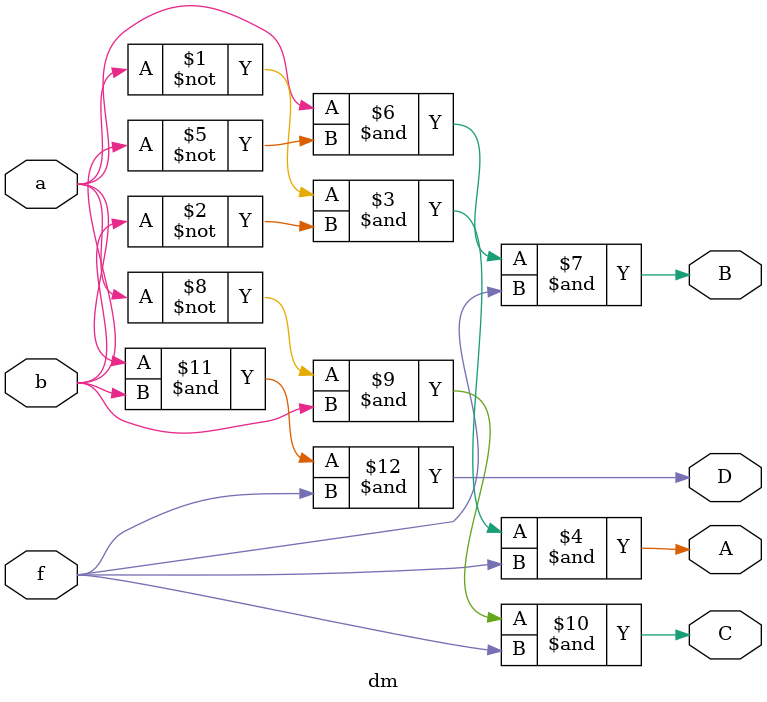
<source format=v>
`timescale 1ns / 1ps

module dm(
    input a, b, f,
    output A, B, C, D
);

assign A = ~a & ~b & f;
assign B = a & ~b & f;
assign C = ~a & b & f;
assign D = a & b & f;

endmodule
</source>
